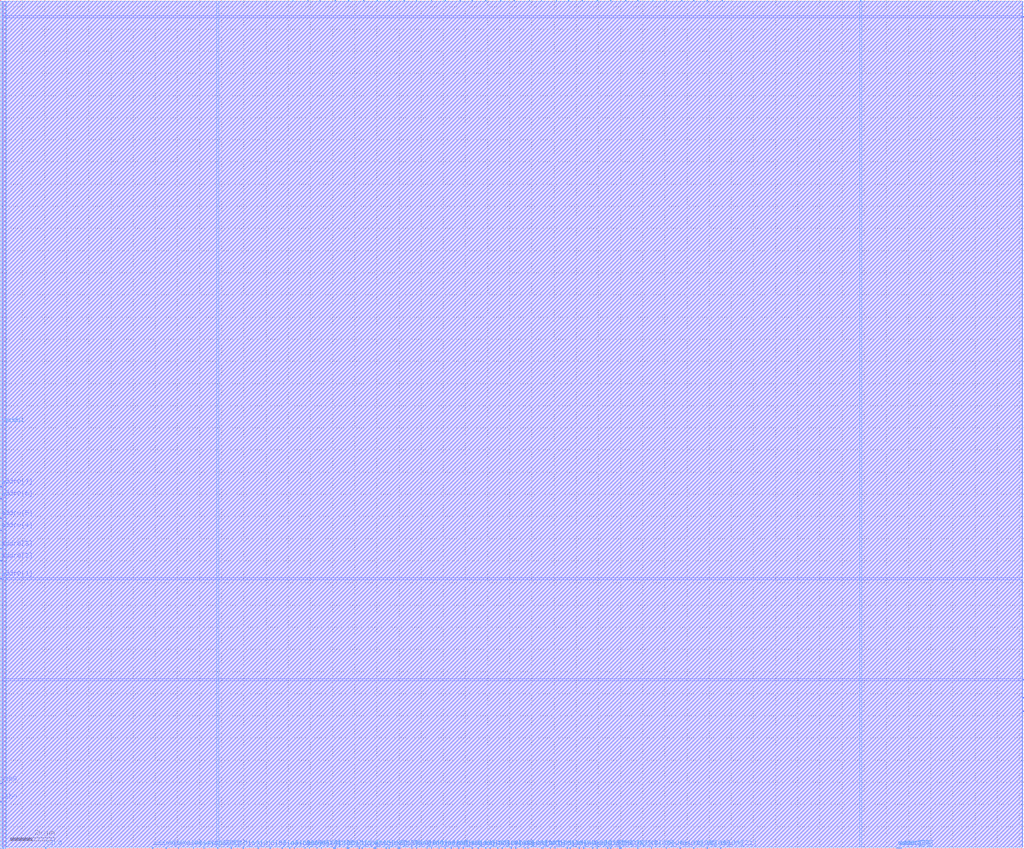
<source format=lef>
VERSION 5.4 ;
NAMESCASESENSITIVE ON ;
BUSBITCHARS "[]" ;
DIVIDERCHAR "/" ;
UNITS
  DATABASE MICRONS 2000 ;
END UNITS
MACRO sky130_sram_1kbyte_1rw1r_32x256_8
   CLASS BLOCK ;
   SIZE 462.1 BY 383.22 ;
   SYMMETRY X Y R90 ;
   PIN din0[0]
      DIRECTION INPUT ;
      PORT
         LAYER met4 ;
         RECT  97.92 0.0 98.3 0.38 ;
      END
   END din0[0]
   PIN din0[1]
      DIRECTION INPUT ;
      PORT
         LAYER met4 ;
         RECT  104.04 0.0 104.42 0.38 ;
      END
   END din0[1]
   PIN din0[2]
      DIRECTION INPUT ;
      PORT
         LAYER met4 ;
         RECT  109.48 0.0 109.86 0.38 ;
      END
   END din0[2]
   PIN din0[3]
      DIRECTION INPUT ;
      PORT
         LAYER met4 ;
         RECT  116.28 0.0 116.66 0.38 ;
      END
   END din0[3]
   PIN din0[4]
      DIRECTION INPUT ;
      PORT
         LAYER met4 ;
         RECT  121.72 0.0 122.1 0.38 ;
      END
   END din0[4]
   PIN din0[5]
      DIRECTION INPUT ;
      PORT
         LAYER met4 ;
         RECT  127.16 0.0 127.54 0.38 ;
      END
   END din0[5]
   PIN din0[6]
      DIRECTION INPUT ;
      PORT
         LAYER met4 ;
         RECT  132.6 0.0 132.98 0.38 ;
      END
   END din0[6]
   PIN din0[7]
      DIRECTION INPUT ;
      PORT
         LAYER met4 ;
         RECT  139.4 0.0 139.78 0.38 ;
      END
   END din0[7]
   PIN din0[8]
      DIRECTION INPUT ;
      PORT
         LAYER met4 ;
         RECT  144.84 0.0 145.22 0.38 ;
      END
   END din0[8]
   PIN din0[9]
      DIRECTION INPUT ;
      PORT
         LAYER met4 ;
         RECT  150.28 0.0 150.66 0.38 ;
      END
   END din0[9]
   PIN din0[10]
      DIRECTION INPUT ;
      PORT
         LAYER met4 ;
         RECT  156.4 0.0 156.78 0.38 ;
      END
   END din0[10]
   PIN din0[11]
      DIRECTION INPUT ;
      PORT
         LAYER met4 ;
         RECT  161.84 0.0 162.22 0.38 ;
      END
   END din0[11]
   PIN din0[12]
      DIRECTION INPUT ;
      PORT
         LAYER met4 ;
         RECT  168.64 0.0 169.02 0.38 ;
      END
   END din0[12]
   PIN din0[13]
      DIRECTION INPUT ;
      PORT
         LAYER met4 ;
         RECT  174.08 0.0 174.46 0.38 ;
      END
   END din0[13]
   PIN din0[14]
      DIRECTION INPUT ;
      PORT
         LAYER met4 ;
         RECT  179.52 0.0 179.9 0.38 ;
      END
   END din0[14]
   PIN din0[15]
      DIRECTION INPUT ;
      PORT
         LAYER met4 ;
         RECT  185.64 0.0 186.02 0.38 ;
      END
   END din0[15]
   PIN din0[16]
      DIRECTION INPUT ;
      PORT
         LAYER met4 ;
         RECT  192.44 0.0 192.82 0.38 ;
      END
   END din0[16]
   PIN din0[17]
      DIRECTION INPUT ;
      PORT
         LAYER met4 ;
         RECT  197.88 0.0 198.26 0.38 ;
      END
   END din0[17]
   PIN din0[18]
      DIRECTION INPUT ;
      PORT
         LAYER met4 ;
         RECT  203.32 0.0 203.7 0.38 ;
      END
   END din0[18]
   PIN din0[19]
      DIRECTION INPUT ;
      PORT
         LAYER met4 ;
         RECT  208.76 0.0 209.14 0.38 ;
      END
   END din0[19]
   PIN din0[20]
      DIRECTION INPUT ;
      PORT
         LAYER met4 ;
         RECT  215.56 0.0 215.94 0.38 ;
      END
   END din0[20]
   PIN din0[21]
      DIRECTION INPUT ;
      PORT
         LAYER met4 ;
         RECT  221.0 0.0 221.38 0.38 ;
      END
   END din0[21]
   PIN din0[22]
      DIRECTION INPUT ;
      PORT
         LAYER met4 ;
         RECT  226.44 0.0 226.82 0.38 ;
      END
   END din0[22]
   PIN din0[23]
      DIRECTION INPUT ;
      PORT
         LAYER met4 ;
         RECT  232.56 0.0 232.94 0.38 ;
      END
   END din0[23]
   PIN din0[24]
      DIRECTION INPUT ;
      PORT
         LAYER met4 ;
         RECT  238.0 0.0 238.38 0.38 ;
      END
   END din0[24]
   PIN din0[25]
      DIRECTION INPUT ;
      PORT
         LAYER met4 ;
         RECT  244.8 0.0 245.18 0.38 ;
      END
   END din0[25]
   PIN din0[26]
      DIRECTION INPUT ;
      PORT
         LAYER met4 ;
         RECT  250.24 0.0 250.62 0.38 ;
      END
   END din0[26]
   PIN din0[27]
      DIRECTION INPUT ;
      PORT
         LAYER met4 ;
         RECT  255.68 0.0 256.06 0.38 ;
      END
   END din0[27]
   PIN din0[28]
      DIRECTION INPUT ;
      PORT
         LAYER met4 ;
         RECT  261.12 0.0 261.5 0.38 ;
      END
   END din0[28]
   PIN din0[29]
      DIRECTION INPUT ;
      PORT
         LAYER met4 ;
         RECT  267.24 0.0 267.62 0.38 ;
      END
   END din0[29]
   PIN din0[30]
      DIRECTION INPUT ;
      PORT
         LAYER met4 ;
         RECT  274.04 0.0 274.42 0.38 ;
      END
   END din0[30]
   PIN din0[31]
      DIRECTION INPUT ;
      PORT
         LAYER met4 ;
         RECT  279.48 0.0 279.86 0.38 ;
      END
   END din0[31]
   PIN addr0[0]
      DIRECTION INPUT ;
      PORT
         LAYER met4 ;
         RECT  68.68 0.0 69.06 0.38 ;
      END
   END addr0[0]
   PIN addr0[1]
      DIRECTION INPUT ;
      PORT
         LAYER met3 ;
         RECT  0.0 121.72 0.38 122.1 ;
      END
   END addr0[1]
   PIN addr0[2]
      DIRECTION INPUT ;
      PORT
         LAYER met3 ;
         RECT  0.0 129.88 0.38 130.26 ;
      END
   END addr0[2]
   PIN addr0[3]
      DIRECTION INPUT ;
      PORT
         LAYER met3 ;
         RECT  0.0 135.32 0.38 135.7 ;
      END
   END addr0[3]
   PIN addr0[4]
      DIRECTION INPUT ;
      PORT
         LAYER met3 ;
         RECT  0.0 143.48 0.38 143.86 ;
      END
   END addr0[4]
   PIN addr0[5]
      DIRECTION INPUT ;
      PORT
         LAYER met3 ;
         RECT  0.0 148.92 0.38 149.3 ;
      END
   END addr0[5]
   PIN addr0[6]
      DIRECTION INPUT ;
      PORT
         LAYER met3 ;
         RECT  0.0 157.76 0.38 158.14 ;
      END
   END addr0[6]
   PIN addr0[7]
      DIRECTION INPUT ;
      PORT
         LAYER met3 ;
         RECT  0.0 163.2 0.38 163.58 ;
      END
   END addr0[7]
   PIN addr1[0]
      DIRECTION INPUT ;
      PORT
         LAYER met4 ;
         RECT  388.28 382.84 388.66 383.22 ;
      END
   END addr1[0]
   PIN addr1[1]
      DIRECTION INPUT ;
      PORT
         LAYER met3 ;
         RECT  461.72 76.16 462.1 76.54 ;
      END
   END addr1[1]
   PIN addr1[2]
      DIRECTION INPUT ;
      PORT
         LAYER met3 ;
         RECT  461.72 68.0 462.1 68.38 ;
      END
   END addr1[2]
   PIN addr1[3]
      DIRECTION INPUT ;
      PORT
         LAYER met3 ;
         RECT  461.72 61.88 462.1 62.26 ;
      END
   END addr1[3]
   PIN addr1[4]
      DIRECTION INPUT ;
      PORT
         LAYER met4 ;
         RECT  406.64 0.0 407.02 0.38 ;
      END
   END addr1[4]
   PIN addr1[5]
      DIRECTION INPUT ;
      PORT
         LAYER met4 ;
         RECT  404.6 0.0 404.98 0.38 ;
      END
   END addr1[5]
   PIN addr1[6]
      DIRECTION INPUT ;
      PORT
         LAYER met4 ;
         RECT  405.28 0.0 405.66 0.38 ;
      END
   END addr1[6]
   PIN addr1[7]
      DIRECTION INPUT ;
      PORT
         LAYER met4 ;
         RECT  405.96 0.0 406.34 0.38 ;
      END
   END addr1[7]
   PIN csb0
      DIRECTION INPUT ;
      PORT
         LAYER met3 ;
         RECT  0.0 21.08 0.38 21.46 ;
      END
   END csb0
   PIN csb1
      DIRECTION INPUT ;
      PORT
         LAYER met3 ;
         RECT  461.72 375.36 462.1 375.74 ;
      END
   END csb1
   PIN web0
      DIRECTION INPUT ;
      PORT
         LAYER met3 ;
         RECT  0.0 29.24 0.38 29.62 ;
      END
   END web0
   PIN clk0
      DIRECTION INPUT ;
      PORT
         LAYER met4 ;
         RECT  20.4 0.0 20.78 0.38 ;
      END
   END clk0
   PIN clk1
      DIRECTION INPUT ;
      PORT
         LAYER met4 ;
         RECT  441.32 382.84 441.7 383.22 ;
      END
   END clk1
   PIN wmask0[0]
      DIRECTION INPUT ;
      PORT
         LAYER met4 ;
         RECT  74.8 0.0 75.18 0.38 ;
      END
   END wmask0[0]
   PIN wmask0[1]
      DIRECTION INPUT ;
      PORT
         LAYER met4 ;
         RECT  80.24 0.0 80.62 0.38 ;
      END
   END wmask0[1]
   PIN wmask0[2]
      DIRECTION INPUT ;
      PORT
         LAYER met4 ;
         RECT  87.04 0.0 87.42 0.38 ;
      END
   END wmask0[2]
   PIN wmask0[3]
      DIRECTION INPUT ;
      PORT
         LAYER met4 ;
         RECT  91.8 0.0 92.18 0.38 ;
      END
   END wmask0[3]
   PIN dout0[0]
      DIRECTION OUTPUT ;
      PORT
         LAYER met4 ;
         RECT  130.56 0.0 130.94 0.38 ;
      END
   END dout0[0]
   PIN dout0[1]
      DIRECTION OUTPUT ;
      PORT
         LAYER met4 ;
         RECT  137.36 0.0 137.74 0.38 ;
      END
   END dout0[1]
   PIN dout0[2]
      DIRECTION OUTPUT ;
      PORT
         LAYER met4 ;
         RECT  142.8 0.0 143.18 0.38 ;
      END
   END dout0[2]
   PIN dout0[3]
      DIRECTION OUTPUT ;
      PORT
         LAYER met4 ;
         RECT  150.96 0.0 151.34 0.38 ;
      END
   END dout0[3]
   PIN dout0[4]
      DIRECTION OUTPUT ;
      PORT
         LAYER met4 ;
         RECT  157.08 0.0 157.46 0.38 ;
      END
   END dout0[4]
   PIN dout0[5]
      DIRECTION OUTPUT ;
      PORT
         LAYER met4 ;
         RECT  163.2 0.0 163.58 0.38 ;
      END
   END dout0[5]
   PIN dout0[6]
      DIRECTION OUTPUT ;
      PORT
         LAYER met4 ;
         RECT  169.32 0.0 169.7 0.38 ;
      END
   END dout0[6]
   PIN dout0[7]
      DIRECTION OUTPUT ;
      PORT
         LAYER met4 ;
         RECT  175.44 0.0 175.82 0.38 ;
      END
   END dout0[7]
   PIN dout0[8]
      DIRECTION OUTPUT ;
      PORT
         LAYER met4 ;
         RECT  180.2 0.0 180.58 0.38 ;
      END
   END dout0[8]
   PIN dout0[9]
      DIRECTION OUTPUT ;
      PORT
         LAYER met4 ;
         RECT  187.68 0.0 188.06 0.38 ;
      END
   END dout0[9]
   PIN dout0[10]
      DIRECTION OUTPUT ;
      PORT
         LAYER met4 ;
         RECT  194.48 0.0 194.86 0.38 ;
      END
   END dout0[10]
   PIN dout0[11]
      DIRECTION OUTPUT ;
      PORT
         LAYER met4 ;
         RECT  200.6 0.0 200.98 0.38 ;
      END
   END dout0[11]
   PIN dout0[12]
      DIRECTION OUTPUT ;
      PORT
         LAYER met4 ;
         RECT  206.72 0.0 207.1 0.38 ;
      END
   END dout0[12]
   PIN dout0[13]
      DIRECTION OUTPUT ;
      PORT
         LAYER met4 ;
         RECT  212.84 0.0 213.22 0.38 ;
      END
   END dout0[13]
   PIN dout0[14]
      DIRECTION OUTPUT ;
      PORT
         LAYER met4 ;
         RECT  218.96 0.0 219.34 0.38 ;
      END
   END dout0[14]
   PIN dout0[15]
      DIRECTION OUTPUT ;
      PORT
         LAYER met4 ;
         RECT  224.4 0.0 224.78 0.38 ;
      END
   END dout0[15]
   PIN dout0[16]
      DIRECTION OUTPUT ;
      PORT
         LAYER met4 ;
         RECT  230.52 0.0 230.9 0.38 ;
      END
   END dout0[16]
   PIN dout0[17]
      DIRECTION OUTPUT ;
      PORT
         LAYER met4 ;
         RECT  236.64 0.0 237.02 0.38 ;
      END
   END dout0[17]
   PIN dout0[18]
      DIRECTION OUTPUT ;
      PORT
         LAYER met4 ;
         RECT  244.12 0.0 244.5 0.38 ;
      END
   END dout0[18]
   PIN dout0[19]
      DIRECTION OUTPUT ;
      PORT
         LAYER met4 ;
         RECT  248.2 0.0 248.58 0.38 ;
      END
   END dout0[19]
   PIN dout0[20]
      DIRECTION OUTPUT ;
      PORT
         LAYER met4 ;
         RECT  257.04 0.0 257.42 0.38 ;
      END
   END dout0[20]
   PIN dout0[21]
      DIRECTION OUTPUT ;
      PORT
         LAYER met4 ;
         RECT  263.16 0.0 263.54 0.38 ;
      END
   END dout0[21]
   PIN dout0[22]
      DIRECTION OUTPUT ;
      PORT
         LAYER met4 ;
         RECT  269.28 0.0 269.66 0.38 ;
      END
   END dout0[22]
   PIN dout0[23]
      DIRECTION OUTPUT ;
      PORT
         LAYER met4 ;
         RECT  275.4 0.0 275.78 0.38 ;
      END
   END dout0[23]
   PIN dout0[24]
      DIRECTION OUTPUT ;
      PORT
         LAYER met4 ;
         RECT  280.16 0.0 280.54 0.38 ;
      END
   END dout0[24]
   PIN dout0[25]
      DIRECTION OUTPUT ;
      PORT
         LAYER met4 ;
         RECT  287.64 0.0 288.02 0.38 ;
      END
   END dout0[25]
   PIN dout0[26]
      DIRECTION OUTPUT ;
      PORT
         LAYER met4 ;
         RECT  293.76 0.0 294.14 0.38 ;
      END
   END dout0[26]
   PIN dout0[27]
      DIRECTION OUTPUT ;
      PORT
         LAYER met4 ;
         RECT  300.56 0.0 300.94 0.38 ;
      END
   END dout0[27]
   PIN dout0[28]
      DIRECTION OUTPUT ;
      PORT
         LAYER met4 ;
         RECT  306.68 0.0 307.06 0.38 ;
      END
   END dout0[28]
   PIN dout0[29]
      DIRECTION OUTPUT ;
      PORT
         LAYER met4 ;
         RECT  312.8 0.0 313.18 0.38 ;
      END
   END dout0[29]
   PIN dout0[30]
      DIRECTION OUTPUT ;
      PORT
         LAYER met4 ;
         RECT  318.92 0.0 319.3 0.38 ;
      END
   END dout0[30]
   PIN dout0[31]
      DIRECTION OUTPUT ;
      PORT
         LAYER met4 ;
         RECT  325.04 0.0 325.42 0.38 ;
      END
   END dout0[31]
   PIN dout1[0]
      DIRECTION OUTPUT ;
      PORT
         LAYER met4 ;
         RECT  131.92 382.84 132.3 383.22 ;
      END
   END dout1[0]
   PIN dout1[1]
      DIRECTION OUTPUT ;
      PORT
         LAYER met4 ;
         RECT  138.72 382.84 139.1 383.22 ;
      END
   END dout1[1]
   PIN dout1[2]
      DIRECTION OUTPUT ;
      PORT
         LAYER met4 ;
         RECT  144.16 382.84 144.54 383.22 ;
      END
   END dout1[2]
   PIN dout1[3]
      DIRECTION OUTPUT ;
      PORT
         LAYER met4 ;
         RECT  150.96 382.84 151.34 383.22 ;
      END
   END dout1[3]
   PIN dout1[4]
      DIRECTION OUTPUT ;
      PORT
         LAYER met4 ;
         RECT  157.08 382.84 157.46 383.22 ;
      END
   END dout1[4]
   PIN dout1[5]
      DIRECTION OUTPUT ;
      PORT
         LAYER met4 ;
         RECT  163.88 382.84 164.26 383.22 ;
      END
   END dout1[5]
   PIN dout1[6]
      DIRECTION OUTPUT ;
      PORT
         LAYER met4 ;
         RECT  170.0 382.84 170.38 383.22 ;
      END
   END dout1[6]
   PIN dout1[7]
      DIRECTION OUTPUT ;
      PORT
         LAYER met4 ;
         RECT  175.44 382.84 175.82 383.22 ;
      END
   END dout1[7]
   PIN dout1[8]
      DIRECTION OUTPUT ;
      PORT
         LAYER met4 ;
         RECT  182.24 382.84 182.62 383.22 ;
      END
   END dout1[8]
   PIN dout1[9]
      DIRECTION OUTPUT ;
      PORT
         LAYER met4 ;
         RECT  187.68 382.84 188.06 383.22 ;
      END
   END dout1[9]
   PIN dout1[10]
      DIRECTION OUTPUT ;
      PORT
         LAYER met4 ;
         RECT  194.48 382.84 194.86 383.22 ;
      END
   END dout1[10]
   PIN dout1[11]
      DIRECTION OUTPUT ;
      PORT
         LAYER met4 ;
         RECT  200.6 382.84 200.98 383.22 ;
      END
   END dout1[11]
   PIN dout1[12]
      DIRECTION OUTPUT ;
      PORT
         LAYER met4 ;
         RECT  207.4 382.84 207.78 383.22 ;
      END
   END dout1[12]
   PIN dout1[13]
      DIRECTION OUTPUT ;
      PORT
         LAYER met4 ;
         RECT  212.84 382.84 213.22 383.22 ;
      END
   END dout1[13]
   PIN dout1[14]
      DIRECTION OUTPUT ;
      PORT
         LAYER met4 ;
         RECT  218.96 382.84 219.34 383.22 ;
      END
   END dout1[14]
   PIN dout1[15]
      DIRECTION OUTPUT ;
      PORT
         LAYER met4 ;
         RECT  225.76 382.84 226.14 383.22 ;
      END
   END dout1[15]
   PIN dout1[16]
      DIRECTION OUTPUT ;
      PORT
         LAYER met4 ;
         RECT  231.88 382.84 232.26 383.22 ;
      END
   END dout1[16]
   PIN dout1[17]
      DIRECTION OUTPUT ;
      PORT
         LAYER met4 ;
         RECT  238.68 382.84 239.06 383.22 ;
      END
   END dout1[17]
   PIN dout1[18]
      DIRECTION OUTPUT ;
      PORT
         LAYER met4 ;
         RECT  244.12 382.84 244.5 383.22 ;
      END
   END dout1[18]
   PIN dout1[19]
      DIRECTION OUTPUT ;
      PORT
         LAYER met4 ;
         RECT  250.92 382.84 251.3 383.22 ;
      END
   END dout1[19]
   PIN dout1[20]
      DIRECTION OUTPUT ;
      PORT
         LAYER met4 ;
         RECT  256.36 382.84 256.74 383.22 ;
      END
   END dout1[20]
   PIN dout1[21]
      DIRECTION OUTPUT ;
      PORT
         LAYER met4 ;
         RECT  262.48 382.84 262.86 383.22 ;
      END
   END dout1[21]
   PIN dout1[22]
      DIRECTION OUTPUT ;
      PORT
         LAYER met4 ;
         RECT  269.28 382.84 269.66 383.22 ;
      END
   END dout1[22]
   PIN dout1[23]
      DIRECTION OUTPUT ;
      PORT
         LAYER met4 ;
         RECT  275.4 382.84 275.78 383.22 ;
      END
   END dout1[23]
   PIN dout1[24]
      DIRECTION OUTPUT ;
      PORT
         LAYER met4 ;
         RECT  282.2 382.84 282.58 383.22 ;
      END
   END dout1[24]
   PIN dout1[25]
      DIRECTION OUTPUT ;
      PORT
         LAYER met4 ;
         RECT  287.64 382.84 288.02 383.22 ;
      END
   END dout1[25]
   PIN dout1[26]
      DIRECTION OUTPUT ;
      PORT
         LAYER met4 ;
         RECT  294.44 382.84 294.82 383.22 ;
      END
   END dout1[26]
   PIN dout1[27]
      DIRECTION OUTPUT ;
      PORT
         LAYER met4 ;
         RECT  300.56 382.84 300.94 383.22 ;
      END
   END dout1[27]
   PIN dout1[28]
      DIRECTION OUTPUT ;
      PORT
         LAYER met4 ;
         RECT  307.36 382.84 307.74 383.22 ;
      END
   END dout1[28]
   PIN dout1[29]
      DIRECTION OUTPUT ;
      PORT
         LAYER met4 ;
         RECT  312.8 382.84 313.18 383.22 ;
      END
   END dout1[29]
   PIN dout1[30]
      DIRECTION OUTPUT ;
      PORT
         LAYER met4 ;
         RECT  318.92 382.84 319.3 383.22 ;
      END
   END dout1[30]
   PIN dout1[31]
      DIRECTION OUTPUT ;
      PORT
         LAYER met4 ;
         RECT  325.72 382.84 326.1 383.22 ;
      END
   END dout1[31]
   PIN vcdd1 
      DIRECTION INOUT ;
      USE POWER ; 
      SHAPE ABUTMENT ; 
      PORT
         LAYER met4 ;
         RECT  1.36 0.0 2.42 382.54 ;
      END
   END vcdd1
   PIN vsdd1
      DIRECTION INOUT ;
      USE GROUND ; 
      SHAPE ABUTMENT ; 
      PORT
         LAYER met4 ;
         RECT  0.0 0.0 1.06 382.54 ;
      END
   END vsdd1
   OBS
   LAYER  met1 ;
      RECT  0.62 0.62 461.48 382.6 ;
   LAYER  met2 ;
      RECT  0.62 0.62 461.48 382.6 ;
   LAYER  met3 ;
      RECT  0.68 121.42 461.48 122.4 ;
      RECT  0.62 122.4 0.68 129.58 ;
      RECT  0.62 130.56 0.68 135.02 ;
      RECT  0.62 136.0 0.68 143.18 ;
      RECT  0.62 144.16 0.68 148.62 ;
      RECT  0.62 149.6 0.68 157.46 ;
      RECT  0.62 158.44 0.68 162.9 ;
      RECT  0.62 163.88 0.68 382.6 ;
      RECT  0.68 0.62 461.42 75.86 ;
      RECT  0.68 75.86 461.42 76.84 ;
      RECT  0.68 76.84 461.42 121.42 ;
      RECT  461.42 76.84 461.48 121.42 ;
      RECT  461.42 68.68 461.48 75.86 ;
      RECT  461.42 0.62 461.48 61.58 ;
      RECT  461.42 62.56 461.48 67.7 ;
      RECT  0.62 0.62 0.68 20.78 ;
      RECT  0.68 122.4 461.42 375.06 ;
      RECT  0.68 375.06 461.42 376.04 ;
      RECT  0.68 376.04 461.42 382.6 ;
      RECT  461.42 122.4 461.48 375.06 ;
      RECT  461.42 376.04 461.48 382.6 ;
      RECT  0.62 21.76 0.68 28.94 ;
      RECT  0.62 29.92 0.68 121.42 ;
   LAYER  met4 ;
      RECT  97.62 0.68 98.6 382.6 ;
      RECT  98.6 0.62 103.74 0.68 ;
      RECT  104.72 0.62 109.18 0.68 ;
      RECT  110.16 0.62 115.98 0.68 ;
      RECT  116.96 0.62 121.42 0.68 ;
      RECT  122.4 0.62 126.86 0.68 ;
      RECT  145.52 0.62 149.98 0.68 ;
      RECT  250.92 0.62 255.38 0.68 ;
      RECT  98.6 0.68 387.98 382.54 ;
      RECT  387.98 0.68 388.96 382.54 ;
      RECT  388.96 0.68 461.48 382.54 ;
      RECT  407.32 0.62 461.48 0.68 ;
      RECT  21.08 0.62 68.38 0.68 ;
      RECT  388.96 382.54 441.02 382.6 ;
      RECT  442.0 382.54 461.48 382.6 ;
      RECT  69.36 0.62 74.5 0.68 ;
      RECT  75.48 0.62 79.94 0.68 ;
      RECT  80.92 0.62 86.74 0.68 ;
      RECT  87.72 0.62 91.5 0.68 ;
      RECT  92.48 0.62 97.62 0.68 ;
      RECT  127.84 0.62 130.26 0.68 ;
      RECT  131.24 0.62 132.3 0.68 ;
      RECT  133.28 0.62 137.06 0.68 ;
      RECT  138.04 0.62 139.1 0.68 ;
      RECT  140.08 0.62 142.5 0.68 ;
      RECT  143.48 0.62 144.54 0.68 ;
      RECT  151.64 0.62 156.1 0.68 ;
      RECT  157.76 0.62 161.54 0.68 ;
      RECT  162.52 0.62 162.9 0.68 ;
      RECT  163.88 0.62 168.34 0.68 ;
      RECT  170.0 0.62 173.78 0.68 ;
      RECT  174.76 0.62 175.14 0.68 ;
      RECT  176.12 0.62 179.22 0.68 ;
      RECT  180.88 0.62 185.34 0.68 ;
      RECT  186.32 0.62 187.38 0.68 ;
      RECT  188.36 0.62 192.14 0.68 ;
      RECT  193.12 0.62 194.18 0.68 ;
      RECT  195.16 0.62 197.58 0.68 ;
      RECT  198.56 0.62 200.3 0.68 ;
      RECT  201.28 0.62 203.02 0.68 ;
      RECT  204.0 0.62 206.42 0.68 ;
      RECT  207.4 0.62 208.46 0.68 ;
      RECT  209.44 0.62 212.54 0.68 ;
      RECT  213.52 0.62 215.26 0.68 ;
      RECT  216.24 0.62 218.66 0.68 ;
      RECT  219.64 0.62 220.7 0.68 ;
      RECT  221.68 0.62 224.1 0.68 ;
      RECT  225.08 0.62 226.14 0.68 ;
      RECT  227.12 0.62 230.22 0.68 ;
      RECT  231.2 0.62 232.26 0.68 ;
      RECT  233.24 0.62 236.34 0.68 ;
      RECT  237.32 0.62 237.7 0.68 ;
      RECT  238.68 0.62 243.82 0.68 ;
      RECT  245.48 0.62 247.9 0.68 ;
      RECT  248.88 0.62 249.94 0.68 ;
      RECT  256.36 0.62 256.74 0.68 ;
      RECT  257.72 0.62 260.82 0.68 ;
      RECT  261.8 0.62 262.86 0.68 ;
      RECT  263.84 0.62 266.94 0.68 ;
      RECT  267.92 0.62 268.98 0.68 ;
      RECT  269.96 0.62 273.74 0.68 ;
      RECT  274.72 0.62 275.1 0.68 ;
      RECT  276.08 0.62 279.18 0.68 ;
      RECT  280.84 0.62 287.34 0.68 ;
      RECT  288.32 0.62 293.46 0.68 ;
      RECT  294.44 0.62 300.26 0.68 ;
      RECT  301.24 0.62 306.38 0.68 ;
      RECT  307.36 0.62 312.5 0.68 ;
      RECT  313.48 0.62 318.62 0.68 ;
      RECT  319.6 0.62 324.74 0.68 ;
      RECT  325.72 0.62 404.3 0.68 ;
      RECT  98.6 382.54 131.62 382.6 ;
      RECT  132.6 382.54 138.42 382.6 ;
      RECT  139.4 382.54 143.86 382.6 ;
      RECT  144.84 382.54 150.66 382.6 ;
      RECT  151.64 382.54 156.78 382.6 ;
      RECT  157.76 382.54 163.58 382.6 ;
      RECT  164.56 382.54 169.7 382.6 ;
      RECT  170.68 382.54 175.14 382.6 ;
      RECT  176.12 382.54 181.94 382.6 ;
      RECT  182.92 382.54 187.38 382.6 ;
      RECT  188.36 382.54 194.18 382.6 ;
      RECT  195.16 382.54 200.3 382.6 ;
      RECT  201.28 382.54 207.1 382.6 ;
      RECT  208.08 382.54 212.54 382.6 ;
      RECT  213.52 382.54 218.66 382.6 ;
      RECT  219.64 382.54 225.46 382.6 ;
      RECT  226.44 382.54 231.58 382.6 ;
      RECT  232.56 382.54 238.38 382.6 ;
      RECT  239.36 382.54 243.82 382.6 ;
      RECT  244.8 382.54 250.62 382.6 ;
      RECT  251.6 382.54 256.06 382.6 ;
      RECT  257.04 382.54 262.18 382.6 ;
      RECT  263.16 382.54 268.98 382.6 ;
      RECT  269.96 382.54 275.1 382.6 ;
      RECT  276.08 382.54 281.9 382.6 ;
      RECT  282.88 382.54 287.34 382.6 ;
      RECT  288.32 382.54 294.14 382.6 ;
      RECT  295.12 382.54 300.26 382.6 ;
      RECT  301.24 382.54 307.06 382.6 ;
      RECT  308.04 382.54 312.5 382.6 ;
      RECT  313.48 382.54 318.62 382.6 ;
      RECT  319.6 382.54 325.42 382.6 ;
      RECT  326.4 382.54 387.98 382.6 ;
      RECT  2.72 0.68 97.62 382.6 ;
      RECT  2.72 0.62 20.1 0.68 ;
   END
END    sky130_sram_1kbyte_1rw1r_32x256_8
END    LIBRARY

</source>
